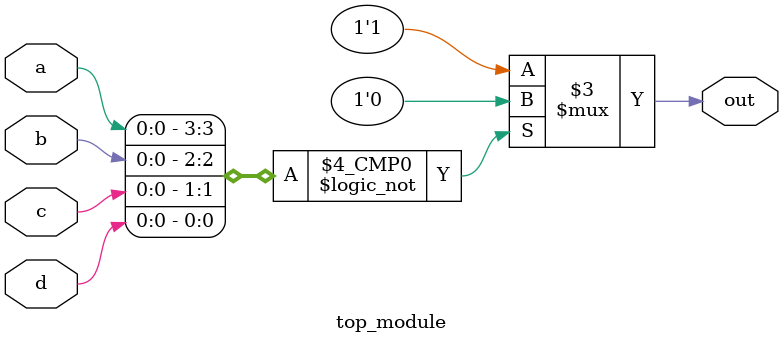
<source format=sv>
module top_module (
    input a,
    input b,
    input c,
    input d,
    output reg out
);

    always @* begin
        case ({a, b, c, d})
            4'b0000: out = 1'b0;
            default: out = 1'b1;
        endcase
    end

endmodule

</source>
